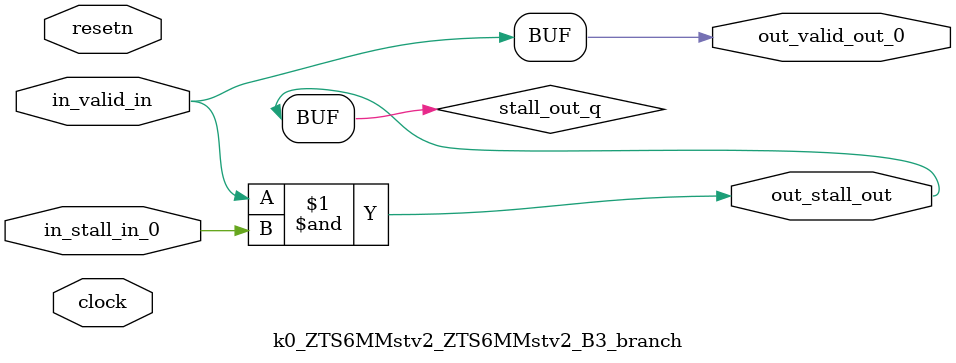
<source format=sv>



(* altera_attribute = "-name AUTO_SHIFT_REGISTER_RECOGNITION OFF; -name MESSAGE_DISABLE 10036; -name MESSAGE_DISABLE 10037; -name MESSAGE_DISABLE 14130; -name MESSAGE_DISABLE 14320; -name MESSAGE_DISABLE 15400; -name MESSAGE_DISABLE 14130; -name MESSAGE_DISABLE 10036; -name MESSAGE_DISABLE 12020; -name MESSAGE_DISABLE 12030; -name MESSAGE_DISABLE 12010; -name MESSAGE_DISABLE 12110; -name MESSAGE_DISABLE 14320; -name MESSAGE_DISABLE 13410; -name MESSAGE_DISABLE 113007; -name MESSAGE_DISABLE 10958" *)
module k0_ZTS6MMstv2_ZTS6MMstv2_B3_branch (
    input wire [0:0] in_stall_in_0,
    input wire [0:0] in_valid_in,
    output wire [0:0] out_stall_out,
    output wire [0:0] out_valid_out_0,
    input wire clock,
    input wire resetn
    );

    wire [0:0] stall_out_q;


    // stall_out(LOGICAL,6)
    assign stall_out_q = in_valid_in & in_stall_in_0;

    // out_stall_out(GPOUT,4)
    assign out_stall_out = stall_out_q;

    // out_valid_out_0(GPOUT,5)
    assign out_valid_out_0 = in_valid_in;

endmodule

</source>
